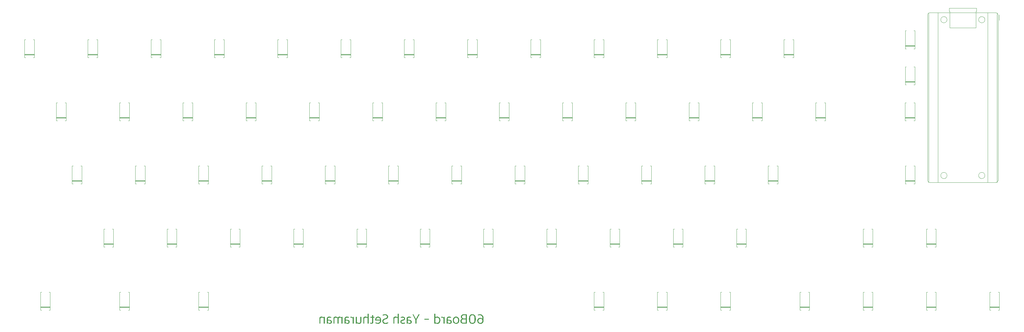
<source format=gbr>
G04 #@! TF.GenerationSoftware,KiCad,Pcbnew,8.0.5*
G04 #@! TF.CreationDate,2025-03-18T10:54:49-07:00*
G04 #@! TF.ProjectId,keyboard,6b657962-6f61-4726-942e-6b696361645f,rev?*
G04 #@! TF.SameCoordinates,Original*
G04 #@! TF.FileFunction,Legend,Bot*
G04 #@! TF.FilePolarity,Positive*
%FSLAX46Y46*%
G04 Gerber Fmt 4.6, Leading zero omitted, Abs format (unit mm)*
G04 Created by KiCad (PCBNEW 8.0.5) date 2025-03-18 10:54:49*
%MOMM*%
%LPD*%
G01*
G04 APERTURE LIST*
%ADD10C,0.150000*%
%ADD11C,0.120000*%
G04 APERTURE END LIST*
D10*
G36*
X242346102Y-185960792D02*
G01*
X242511341Y-185996042D01*
X242663208Y-186055531D01*
X242800563Y-186139864D01*
X242922263Y-186249647D01*
X243027169Y-186385484D01*
X243114138Y-186547980D01*
X243182030Y-186737741D01*
X243229703Y-186955370D01*
X243249690Y-187116238D01*
X243259845Y-187289940D01*
X243261130Y-187381660D01*
X243261130Y-187600013D01*
X243252297Y-187816606D01*
X243225939Y-188014664D01*
X243182265Y-188193583D01*
X243121485Y-188352759D01*
X243043810Y-188491586D01*
X242949450Y-188609459D01*
X242838615Y-188705773D01*
X242711515Y-188779924D01*
X242568360Y-188831306D01*
X242409360Y-188859315D01*
X242294661Y-188864703D01*
X242140192Y-188853972D01*
X241953814Y-188808040D01*
X241791082Y-188729131D01*
X241653377Y-188620697D01*
X241542083Y-188486190D01*
X241458582Y-188329061D01*
X241404256Y-188152762D01*
X241380488Y-187960746D01*
X241380160Y-187944396D01*
X241715073Y-187944396D01*
X241730794Y-188121044D01*
X241776874Y-188272013D01*
X241869953Y-188416823D01*
X242001595Y-188519128D01*
X242168988Y-188575916D01*
X242299057Y-188586999D01*
X242454904Y-188571176D01*
X242615490Y-188508927D01*
X242740104Y-188402992D01*
X242830940Y-188257130D01*
X242880767Y-188114216D01*
X242911508Y-187950077D01*
X242924287Y-187766634D01*
X242924808Y-187717983D01*
X242924808Y-187687941D01*
X242814704Y-187561396D01*
X242686875Y-187459632D01*
X242536359Y-187380068D01*
X242394136Y-187339553D01*
X242294661Y-187331102D01*
X242143176Y-187344083D01*
X241985291Y-187396071D01*
X241858675Y-187491394D01*
X241768834Y-187633878D01*
X241726032Y-187791399D01*
X241715073Y-187944396D01*
X241380160Y-187944396D01*
X241379483Y-187910690D01*
X241396648Y-187719493D01*
X241445910Y-187549581D01*
X241523919Y-187402253D01*
X241627329Y-187278804D01*
X241752788Y-187180531D01*
X241896950Y-187108730D01*
X242056464Y-187064699D01*
X242227983Y-187049734D01*
X242396353Y-187064350D01*
X242547123Y-187104526D01*
X242701008Y-187176357D01*
X242831450Y-187266741D01*
X242924808Y-187352351D01*
X242914319Y-187195094D01*
X242888658Y-186985813D01*
X242851157Y-186806743D01*
X242801900Y-186655958D01*
X242718081Y-186495578D01*
X242613707Y-186377487D01*
X242488977Y-186297118D01*
X242344087Y-186249902D01*
X242179235Y-186231271D01*
X242134926Y-186230544D01*
X241971602Y-186245693D01*
X241822654Y-186278598D01*
X241676820Y-186327166D01*
X241605896Y-186360969D01*
X241509176Y-186117704D01*
X241657728Y-186046797D01*
X241799418Y-186000404D01*
X241963479Y-185965411D01*
X242116154Y-185950280D01*
X242168632Y-185949176D01*
X242346102Y-185960792D01*
G37*
G36*
X240018704Y-185958310D02*
G01*
X240166655Y-185986773D01*
X240306755Y-186036159D01*
X240436972Y-186108064D01*
X240555274Y-186204079D01*
X240659627Y-186325800D01*
X240748001Y-186474820D01*
X240818362Y-186652733D01*
X240868679Y-186861133D01*
X240890084Y-187017790D01*
X240901075Y-187189178D01*
X240902477Y-187280544D01*
X240902477Y-187515750D01*
X240897242Y-187688115D01*
X240881856Y-187847618D01*
X240856800Y-187994499D01*
X240802132Y-188191679D01*
X240728404Y-188361811D01*
X240637234Y-188505706D01*
X240530243Y-188624176D01*
X240409050Y-188718033D01*
X240275273Y-188788087D01*
X240130531Y-188835150D01*
X239976446Y-188860035D01*
X239869330Y-188864703D01*
X239712391Y-188854245D01*
X239564054Y-188822310D01*
X239425813Y-188768053D01*
X239299158Y-188690630D01*
X239185583Y-188589197D01*
X239086580Y-188462910D01*
X239003642Y-188310925D01*
X238938261Y-188132398D01*
X238891929Y-187926485D01*
X238872361Y-187773578D01*
X238862365Y-187607875D01*
X238861095Y-187520146D01*
X238861095Y-187263691D01*
X238861204Y-187260027D01*
X239201814Y-187260027D01*
X239201814Y-187570704D01*
X239207984Y-187762708D01*
X239226370Y-187932774D01*
X239256782Y-188081568D01*
X239315714Y-188248024D01*
X239395245Y-188379430D01*
X239522947Y-188496803D01*
X239681266Y-188564964D01*
X239829379Y-188586134D01*
X239869330Y-188586999D01*
X240025034Y-188571208D01*
X240191998Y-188506677D01*
X240327593Y-188391720D01*
X240413033Y-188262974D01*
X240477624Y-188101143D01*
X240512180Y-187957841D01*
X240534670Y-187795575D01*
X240544950Y-187614191D01*
X240545638Y-187549455D01*
X240545638Y-187238778D01*
X240539352Y-187050776D01*
X240520619Y-186883373D01*
X240489627Y-186736108D01*
X240429561Y-186570286D01*
X240348484Y-186438359D01*
X240218271Y-186319451D01*
X240056796Y-186249668D01*
X239905695Y-186227780D01*
X239864933Y-186226880D01*
X239712320Y-186242152D01*
X239548641Y-186304979D01*
X239415686Y-186417768D01*
X239331895Y-186544950D01*
X239268539Y-186705788D01*
X239234641Y-186848952D01*
X239212576Y-187011783D01*
X239202489Y-187194595D01*
X239201814Y-187260027D01*
X238861204Y-187260027D01*
X238866323Y-187087727D01*
X238881659Y-186926360D01*
X238906579Y-186779141D01*
X238960788Y-186583862D01*
X239033623Y-186417900D01*
X239123319Y-186279745D01*
X239228112Y-186167885D01*
X239346239Y-186080811D01*
X239521432Y-186000655D01*
X239663809Y-185965538D01*
X239813639Y-185950171D01*
X239864933Y-185949176D01*
X240018704Y-185958310D01*
G37*
G36*
X238192114Y-188814145D02*
G01*
X237246894Y-188814145D01*
X237076740Y-188805664D01*
X236923223Y-188780842D01*
X236744451Y-188723935D01*
X236595346Y-188641840D01*
X236475959Y-188536763D01*
X236386342Y-188410910D01*
X236326547Y-188266488D01*
X236296624Y-188105705D01*
X236292882Y-188019867D01*
X236294457Y-187999351D01*
X236646057Y-187999351D01*
X236661649Y-188155138D01*
X236721069Y-188306545D01*
X236824133Y-188419539D01*
X236970030Y-188494497D01*
X237123744Y-188528179D01*
X237267411Y-188536441D01*
X237860188Y-188536441D01*
X237860188Y-187490837D01*
X237301116Y-187490837D01*
X237152425Y-187497690D01*
X236991807Y-187526520D01*
X236837620Y-187593248D01*
X236727382Y-187698012D01*
X236663091Y-187843971D01*
X236646057Y-187999351D01*
X236294457Y-187999351D01*
X236304385Y-187870015D01*
X236349143Y-187711490D01*
X236424242Y-187583105D01*
X236549265Y-187466041D01*
X236706398Y-187386111D01*
X236857312Y-187345402D01*
X236889323Y-187339895D01*
X236889323Y-187318646D01*
X236747935Y-187264287D01*
X236613690Y-187176459D01*
X236516115Y-187066031D01*
X236445839Y-186911535D01*
X236420555Y-186759598D01*
X236420066Y-186743454D01*
X236759630Y-186743454D01*
X236778330Y-186896906D01*
X236846225Y-187037459D01*
X236957113Y-187135276D01*
X237104008Y-187195458D01*
X237248888Y-187220540D01*
X237376587Y-187226322D01*
X237860188Y-187226322D01*
X237860188Y-186276706D01*
X237356071Y-186276706D01*
X237185141Y-186285505D01*
X237017689Y-186322086D01*
X236874660Y-186406942D01*
X236788472Y-186544759D01*
X236760220Y-186711042D01*
X236759630Y-186743454D01*
X236420066Y-186743454D01*
X236418911Y-186705352D01*
X236431390Y-186545885D01*
X236483681Y-186372672D01*
X236579496Y-186230032D01*
X236721786Y-186119626D01*
X236871063Y-186055625D01*
X237053486Y-186014167D01*
X237212962Y-185998377D01*
X237330425Y-185995338D01*
X238192114Y-185995338D01*
X238192114Y-188814145D01*
G37*
G36*
X235125855Y-186703202D02*
G01*
X235313807Y-186748226D01*
X235480714Y-186827601D01*
X235624204Y-186939799D01*
X235741909Y-187083291D01*
X235831458Y-187256548D01*
X235878717Y-187405106D01*
X235907806Y-187568902D01*
X235917725Y-187747292D01*
X235917725Y-187810307D01*
X235908510Y-187989217D01*
X235881258Y-188152636D01*
X235836555Y-188300104D01*
X235750820Y-188471120D01*
X235636496Y-188611870D01*
X235494973Y-188721264D01*
X235327643Y-188798212D01*
X235135897Y-188841621D01*
X234976901Y-188851514D01*
X234823442Y-188841205D01*
X234635060Y-188796145D01*
X234467491Y-188716659D01*
X234323209Y-188604233D01*
X234204688Y-188460352D01*
X234114399Y-188286501D01*
X234066698Y-188137338D01*
X234037312Y-187972781D01*
X234027285Y-187793454D01*
X234027285Y-187734836D01*
X234027744Y-187726043D01*
X234354815Y-187726043D01*
X234354815Y-187830823D01*
X234365660Y-188004475D01*
X234397473Y-188156395D01*
X234465079Y-188315065D01*
X234561645Y-188438239D01*
X234685057Y-188525060D01*
X234833203Y-188574673D01*
X234968108Y-188586999D01*
X235125316Y-188572384D01*
X235266940Y-188525466D01*
X235388453Y-188441631D01*
X235485326Y-188316268D01*
X235553031Y-188144766D01*
X235583152Y-187971244D01*
X235590195Y-187818367D01*
X235590195Y-187713586D01*
X235579350Y-187541196D01*
X235547536Y-187389869D01*
X235479930Y-187231233D01*
X235383365Y-187107591D01*
X235259952Y-187020100D01*
X235111806Y-186969917D01*
X234976901Y-186957411D01*
X234822383Y-186972025D01*
X234681641Y-187018944D01*
X234559755Y-187102778D01*
X234461809Y-187228141D01*
X234392882Y-187399643D01*
X234362051Y-187573165D01*
X234354815Y-187726043D01*
X234027744Y-187726043D01*
X234036591Y-187556753D01*
X234064094Y-187393799D01*
X234109177Y-187246494D01*
X234195561Y-187075332D01*
X234310627Y-186934154D01*
X234452906Y-186824197D01*
X234620930Y-186746698D01*
X234813231Y-186702894D01*
X234972505Y-186692896D01*
X235125855Y-186703202D01*
G37*
G36*
X233033251Y-186698275D02*
G01*
X233194933Y-186717679D01*
X233345419Y-186751355D01*
X233486356Y-186799438D01*
X233503384Y-186806468D01*
X233503384Y-187037278D01*
X233356785Y-187001936D01*
X233202026Y-186979423D01*
X233044671Y-186970205D01*
X233007327Y-186969867D01*
X232848728Y-186976628D01*
X232700206Y-187006018D01*
X232567392Y-187091348D01*
X232501554Y-187242701D01*
X232490753Y-187377264D01*
X232490753Y-187595617D01*
X233053489Y-187663028D01*
X233228385Y-187695549D01*
X233377613Y-187750213D01*
X233520512Y-187845844D01*
X233621293Y-187975169D01*
X233677145Y-188139173D01*
X233688032Y-188268262D01*
X233668657Y-188436859D01*
X233613104Y-188576594D01*
X233504117Y-188706342D01*
X233355253Y-188794900D01*
X233205547Y-188837380D01*
X233036636Y-188851514D01*
X232889321Y-188841472D01*
X232744192Y-188807363D01*
X232597357Y-188736078D01*
X232482693Y-188633161D01*
X232461444Y-188633161D01*
X232427739Y-188814145D01*
X232167620Y-188814145D01*
X232167620Y-188448513D01*
X232490753Y-188448513D01*
X232626354Y-188534912D01*
X232781150Y-188582157D01*
X232938728Y-188599272D01*
X232956769Y-188599455D01*
X233119560Y-188578275D01*
X233256634Y-188503696D01*
X233335794Y-188375193D01*
X233351709Y-188259469D01*
X233328021Y-188104188D01*
X233244453Y-187983515D01*
X233100147Y-187912973D01*
X232969958Y-187890174D01*
X232490753Y-187835219D01*
X232490753Y-188448513D01*
X232167620Y-188448513D01*
X232167620Y-187306189D01*
X232179502Y-187158031D01*
X232227114Y-187003017D01*
X232309981Y-186880555D01*
X232426880Y-186789589D01*
X232576585Y-186729063D01*
X232757874Y-186697918D01*
X232881297Y-186692896D01*
X233033251Y-186698275D01*
G37*
G36*
X231563852Y-188814145D02*
G01*
X231240718Y-188814145D01*
X231240718Y-187175764D01*
X231104596Y-187095338D01*
X230966896Y-187040507D01*
X230817913Y-187005863D01*
X230681646Y-186995512D01*
X230530704Y-187007969D01*
X230530704Y-186717808D01*
X230656734Y-186709748D01*
X230808782Y-186726066D01*
X230952048Y-186770450D01*
X231096996Y-186846743D01*
X231212956Y-186940501D01*
X231236322Y-186965471D01*
X231257571Y-186965471D01*
X231257571Y-186730265D01*
X231563852Y-186730265D01*
X231563852Y-188814145D01*
G37*
G36*
X228760432Y-186831381D02*
G01*
X228900547Y-186763601D01*
X229051162Y-186718939D01*
X229214097Y-186696081D01*
X229306315Y-186692896D01*
X229453494Y-186701615D01*
X229635572Y-186740972D01*
X229798854Y-186813109D01*
X229940490Y-186919211D01*
X230057627Y-187060462D01*
X230127689Y-187190180D01*
X230181164Y-187340836D01*
X230216850Y-187512930D01*
X230233545Y-187706962D01*
X230234682Y-187776601D01*
X230234682Y-187830823D01*
X230223236Y-188033598D01*
X230190488Y-188210440D01*
X230138820Y-188362656D01*
X230044620Y-188529564D01*
X229926673Y-188658118D01*
X229790630Y-188751417D01*
X229642141Y-188812561D01*
X229486855Y-188844650D01*
X229369330Y-188851514D01*
X229219455Y-188842598D01*
X229065662Y-188811615D01*
X228917332Y-188753237D01*
X228784948Y-188664351D01*
X228760432Y-188641953D01*
X228743579Y-188641953D01*
X228706210Y-188814145D01*
X228437299Y-188814145D01*
X228437299Y-187100293D01*
X228760432Y-187100293D01*
X228760432Y-188410411D01*
X228890685Y-188496088D01*
X229031649Y-188553343D01*
X229185576Y-188582867D01*
X229273342Y-188586999D01*
X229439104Y-188572656D01*
X229584063Y-188526351D01*
X229705234Y-188443171D01*
X229799633Y-188318200D01*
X229864273Y-188146527D01*
X229892554Y-187972260D01*
X229899092Y-187818367D01*
X229899092Y-187734836D01*
X229892844Y-187585663D01*
X229865578Y-187414803D01*
X229817578Y-187274354D01*
X229729924Y-187138852D01*
X229613343Y-187044620D01*
X229469765Y-186988186D01*
X229301117Y-186966078D01*
X229264549Y-186965471D01*
X229109119Y-186975923D01*
X228952352Y-187009240D01*
X228812563Y-187066261D01*
X228760432Y-187100293D01*
X228437299Y-187100293D01*
X228437299Y-185806294D01*
X228760432Y-185806294D01*
X228760432Y-186831381D01*
G37*
G36*
X226806978Y-187587557D02*
G01*
X225421388Y-187587557D01*
X225421388Y-187310586D01*
X226806978Y-187310586D01*
X226806978Y-187587557D01*
G37*
G36*
X223102302Y-188814145D02*
G01*
X222774773Y-188814145D01*
X222774773Y-187704794D01*
X221850802Y-185995338D01*
X222170272Y-185995338D01*
X222917655Y-187394117D01*
X222926448Y-187394117D01*
X223678227Y-185995338D01*
X224030669Y-185995338D01*
X223102302Y-187704794D01*
X223102302Y-188814145D01*
G37*
G36*
X220954954Y-186698275D02*
G01*
X221116636Y-186717679D01*
X221267122Y-186751355D01*
X221408059Y-186799438D01*
X221425087Y-186806468D01*
X221425087Y-187037278D01*
X221278488Y-187001936D01*
X221123728Y-186979423D01*
X220966374Y-186970205D01*
X220929030Y-186969867D01*
X220770431Y-186976628D01*
X220621909Y-187006018D01*
X220489095Y-187091348D01*
X220423256Y-187242701D01*
X220412456Y-187377264D01*
X220412456Y-187595617D01*
X220975191Y-187663028D01*
X221150088Y-187695549D01*
X221299316Y-187750213D01*
X221442214Y-187845844D01*
X221542995Y-187975169D01*
X221598848Y-188139173D01*
X221609734Y-188268262D01*
X221590360Y-188436859D01*
X221534807Y-188576594D01*
X221425819Y-188706342D01*
X221276956Y-188794900D01*
X221127250Y-188837380D01*
X220958339Y-188851514D01*
X220811024Y-188841472D01*
X220665894Y-188807363D01*
X220519060Y-188736078D01*
X220404396Y-188633161D01*
X220383147Y-188633161D01*
X220349441Y-188814145D01*
X220089323Y-188814145D01*
X220089323Y-188448513D01*
X220412456Y-188448513D01*
X220548056Y-188534912D01*
X220702853Y-188582157D01*
X220860431Y-188599272D01*
X220878471Y-188599455D01*
X221041263Y-188578275D01*
X221178336Y-188503696D01*
X221257497Y-188375193D01*
X221273412Y-188259469D01*
X221249724Y-188104188D01*
X221166156Y-187983515D01*
X221021850Y-187912973D01*
X220891660Y-187890174D01*
X220412456Y-187835219D01*
X220412456Y-188448513D01*
X220089323Y-188448513D01*
X220089323Y-187306189D01*
X220101205Y-187158031D01*
X220148817Y-187003017D01*
X220231684Y-186880555D01*
X220348582Y-186789589D01*
X220498288Y-186729063D01*
X220679577Y-186697918D01*
X220803000Y-186692896D01*
X220954954Y-186698275D01*
G37*
G36*
X218956524Y-188847850D02*
G01*
X218793462Y-188837696D01*
X218648492Y-188807562D01*
X218494435Y-188742540D01*
X218372602Y-188648019D01*
X218285189Y-188524953D01*
X218234393Y-188374300D01*
X218221598Y-188234556D01*
X218233842Y-188081061D01*
X218282468Y-187934318D01*
X218389609Y-187804938D01*
X218527935Y-187721005D01*
X218678181Y-187664142D01*
X218784333Y-187633719D01*
X218993893Y-187575101D01*
X219136524Y-187524050D01*
X219258360Y-187430203D01*
X219304253Y-187288352D01*
X219305303Y-187255631D01*
X219264427Y-187102617D01*
X219141441Y-187006274D01*
X218983572Y-186970004D01*
X218884717Y-186965471D01*
X218737037Y-186972784D01*
X218581967Y-186996035D01*
X218434020Y-187035023D01*
X218334438Y-187075380D01*
X218334438Y-186814528D01*
X218473463Y-186755258D01*
X218629196Y-186715925D01*
X218778677Y-186697254D01*
X218901570Y-186692896D01*
X219069662Y-186703879D01*
X219214674Y-186735840D01*
X219363795Y-186803028D01*
X219477576Y-186897770D01*
X219568032Y-187043747D01*
X219605483Y-187188895D01*
X219611584Y-187284940D01*
X219596920Y-187435376D01*
X219543029Y-187579535D01*
X219435574Y-187705565D01*
X219310192Y-187784684D01*
X219158651Y-187843787D01*
X219103070Y-187860132D01*
X218897173Y-187915087D01*
X218747019Y-187966928D01*
X218617729Y-188047436D01*
X218543978Y-188185200D01*
X218536671Y-188268262D01*
X218577900Y-188422742D01*
X218691830Y-188519327D01*
X218836423Y-188562414D01*
X219002686Y-188574542D01*
X219154033Y-188568283D01*
X219301635Y-188547273D01*
X219445422Y-188509695D01*
X219594812Y-188456690D01*
X219628436Y-188444117D01*
X219628436Y-188700572D01*
X219489138Y-188764388D01*
X219330124Y-188810481D01*
X219175517Y-188835950D01*
X219007097Y-188847259D01*
X218956524Y-188847850D01*
G37*
G36*
X217744591Y-188814145D02*
G01*
X217425122Y-188814145D01*
X217425122Y-187125205D01*
X217288376Y-187065694D01*
X217140640Y-187016212D01*
X216988232Y-186982392D01*
X216837473Y-186969867D01*
X216675470Y-186981261D01*
X216528860Y-187033829D01*
X216436545Y-187164922D01*
X216417620Y-187326706D01*
X216417620Y-188814145D01*
X216098150Y-188814145D01*
X216098150Y-187263691D01*
X216112637Y-187091754D01*
X216168558Y-186928737D01*
X216267012Y-186810446D01*
X216408520Y-186734214D01*
X216559709Y-186700893D01*
X216702651Y-186692896D01*
X216871148Y-186705042D01*
X217036207Y-186739581D01*
X217192075Y-186793658D01*
X217333000Y-186864420D01*
X217404605Y-186911249D01*
X217425122Y-186911249D01*
X217425122Y-185806294D01*
X217744591Y-185806294D01*
X217744591Y-188814145D01*
G37*
G36*
X213729239Y-188864703D02*
G01*
X213553548Y-188856184D01*
X213397128Y-188831173D01*
X213217796Y-188773586D01*
X213070921Y-188690076D01*
X212955473Y-188582583D01*
X212870422Y-188453048D01*
X212814738Y-188303412D01*
X212787389Y-188135615D01*
X212784019Y-188045512D01*
X212796198Y-187880922D01*
X212844279Y-187709777D01*
X212926459Y-187571420D01*
X213040155Y-187459795D01*
X213182784Y-187368849D01*
X213315983Y-187306912D01*
X213464724Y-187251235D01*
X213741695Y-187163307D01*
X213899073Y-187100031D01*
X214030534Y-187016364D01*
X214121142Y-186896831D01*
X214158804Y-186739019D01*
X214161549Y-186667250D01*
X214134314Y-186506284D01*
X214054328Y-186378255D01*
X213924169Y-186287488D01*
X213774622Y-186242624D01*
X213624459Y-186230544D01*
X213458783Y-186238412D01*
X213310496Y-186259794D01*
X213157924Y-186297375D01*
X213008243Y-186350505D01*
X212926901Y-186385882D01*
X212926901Y-186104515D01*
X213070091Y-186041667D01*
X213224187Y-185993144D01*
X213386768Y-185962835D01*
X213551315Y-185950091D01*
X213612002Y-185949176D01*
X213769440Y-185957216D01*
X213955017Y-185991850D01*
X214112855Y-186051838D01*
X214243039Y-186135025D01*
X214367013Y-186268349D01*
X214448080Y-186430345D01*
X214482154Y-186577756D01*
X214489811Y-186697292D01*
X214479468Y-186847450D01*
X214438076Y-187008071D01*
X214366138Y-187141926D01*
X214264810Y-187252570D01*
X214135251Y-187343558D01*
X213978616Y-187418447D01*
X213872121Y-187457131D01*
X213598813Y-187553852D01*
X213453963Y-187606293D01*
X213317073Y-187676164D01*
X213205139Y-187775384D01*
X213135363Y-187924633D01*
X213120341Y-188070425D01*
X213140637Y-188231359D01*
X213202954Y-188366240D01*
X213309436Y-188471272D01*
X213462228Y-188542657D01*
X213626478Y-188573705D01*
X213741695Y-188578939D01*
X213906995Y-188571249D01*
X214066258Y-188549263D01*
X214217774Y-188514603D01*
X214359832Y-188468892D01*
X214511333Y-188403760D01*
X214531577Y-188393558D01*
X214531577Y-188675659D01*
X214396097Y-188740808D01*
X214237963Y-188796064D01*
X214084598Y-188832516D01*
X213914965Y-188856236D01*
X213761303Y-188864458D01*
X213729239Y-188864703D01*
G37*
G36*
X211672234Y-186708200D02*
G01*
X211839475Y-186754742D01*
X211993166Y-186833468D01*
X212128868Y-186945321D01*
X212242142Y-187091245D01*
X212309708Y-187223616D01*
X212360289Y-187376083D01*
X212392010Y-187549043D01*
X212403000Y-187742896D01*
X212403000Y-187801514D01*
X212394255Y-187977933D01*
X212368050Y-188140301D01*
X212324428Y-188287896D01*
X212239247Y-188460465D01*
X212123283Y-188603780D01*
X211976639Y-188716134D01*
X211799418Y-188795819D01*
X211646498Y-188833114D01*
X211476480Y-188850350D01*
X211416015Y-188851514D01*
X211265512Y-188844303D01*
X211104153Y-188819311D01*
X210943279Y-188773703D01*
X210796820Y-188709241D01*
X210714061Y-188658806D01*
X210714061Y-188419204D01*
X210856542Y-188480570D01*
X211006511Y-188529846D01*
X211151058Y-188559589D01*
X211314454Y-188573764D01*
X211365457Y-188574542D01*
X211522970Y-188564867D01*
X211693346Y-188524101D01*
X211833507Y-188448958D01*
X211942649Y-188336739D01*
X212019966Y-188184742D01*
X212058366Y-188032691D01*
X212075471Y-187852072D01*
X210655443Y-187852072D01*
X210655443Y-187671821D01*
X210658567Y-187595617D01*
X210991765Y-187595617D01*
X212075471Y-187595617D01*
X212051904Y-187427055D01*
X211994949Y-187257730D01*
X211913029Y-187130372D01*
X211790200Y-187026894D01*
X211650389Y-186970248D01*
X211503942Y-186953014D01*
X211356880Y-186967148D01*
X211212992Y-187023094D01*
X211104817Y-187124389D01*
X211032529Y-187274018D01*
X210999828Y-187437784D01*
X210991765Y-187595617D01*
X210658567Y-187595617D01*
X210662561Y-187498174D01*
X210684027Y-187341225D01*
X210735254Y-187158080D01*
X210812679Y-187004967D01*
X210916697Y-186882082D01*
X211047703Y-186789625D01*
X211206092Y-186727792D01*
X211392259Y-186696781D01*
X211495882Y-186692896D01*
X211672234Y-186708200D01*
G37*
G36*
X209494068Y-188839057D02*
G01*
X209337140Y-188824896D01*
X209189723Y-188776719D01*
X209141625Y-188754794D01*
X209141625Y-188536441D01*
X209291191Y-188567328D01*
X209409804Y-188574542D01*
X209558857Y-188558915D01*
X209682853Y-188470751D01*
X209716617Y-188311710D01*
X209716817Y-188293175D01*
X209716817Y-186999176D01*
X209183391Y-186999176D01*
X209183391Y-186734661D01*
X209716817Y-186734661D01*
X209716817Y-186239337D01*
X210036287Y-186239337D01*
X210036287Y-186734661D01*
X210334508Y-186734661D01*
X210334508Y-186999176D01*
X210036287Y-186999176D01*
X210036287Y-188343733D01*
X210020951Y-188493846D01*
X209964318Y-188635610D01*
X209850627Y-188751428D01*
X209691744Y-188817848D01*
X209524440Y-188838637D01*
X209494068Y-188839057D01*
G37*
G36*
X208685136Y-188814145D02*
G01*
X208365666Y-188814145D01*
X208365666Y-187125205D01*
X208228920Y-187065694D01*
X208081184Y-187016212D01*
X207928777Y-186982392D01*
X207778018Y-186969867D01*
X207616015Y-186981261D01*
X207469404Y-187033829D01*
X207377089Y-187164922D01*
X207358164Y-187326706D01*
X207358164Y-188814145D01*
X207038695Y-188814145D01*
X207038695Y-187263691D01*
X207053181Y-187091754D01*
X207109102Y-186928737D01*
X207207556Y-186810446D01*
X207349064Y-186734214D01*
X207500253Y-186700893D01*
X207643196Y-186692896D01*
X207811692Y-186705042D01*
X207976751Y-186739581D01*
X208132619Y-186793658D01*
X208273544Y-186864420D01*
X208345150Y-186911249D01*
X208365666Y-186911249D01*
X208365666Y-185806294D01*
X208685136Y-185806294D01*
X208685136Y-188814145D01*
G37*
G36*
X205808443Y-188851514D02*
G01*
X205647283Y-188838296D01*
X205494814Y-188801313D01*
X205351313Y-188744569D01*
X205217054Y-188672065D01*
X205144591Y-188625101D01*
X205127739Y-188625101D01*
X205098429Y-188814145D01*
X204821458Y-188814145D01*
X204821458Y-186730265D01*
X205140195Y-186730265D01*
X205140195Y-188410411D01*
X205289149Y-188478786D01*
X205429417Y-188529669D01*
X205579448Y-188563867D01*
X205720516Y-188574542D01*
X205871440Y-188562694D01*
X206011625Y-188507617D01*
X206098054Y-188386567D01*
X206123230Y-188221199D01*
X206123517Y-188196454D01*
X206123517Y-186730265D01*
X206446650Y-186730265D01*
X206446650Y-188242616D01*
X206429952Y-188417053D01*
X206380685Y-188562416D01*
X206280321Y-188698190D01*
X206136989Y-188791461D01*
X205986270Y-188836467D01*
X205808443Y-188851514D01*
G37*
G36*
X204209630Y-188814145D02*
G01*
X203886496Y-188814145D01*
X203886496Y-187175764D01*
X203750374Y-187095338D01*
X203612674Y-187040507D01*
X203463692Y-187005863D01*
X203327424Y-186995512D01*
X203176482Y-187007969D01*
X203176482Y-186717808D01*
X203302512Y-186709748D01*
X203454560Y-186726066D01*
X203597826Y-186770450D01*
X203742774Y-186846743D01*
X203858734Y-186940501D01*
X203882100Y-186965471D01*
X203903349Y-186965471D01*
X203903349Y-186730265D01*
X204209630Y-186730265D01*
X204209630Y-188814145D01*
G37*
G36*
X202290892Y-186698275D02*
G01*
X202452575Y-186717679D01*
X202603060Y-186751355D01*
X202743997Y-186799438D01*
X202761025Y-186806468D01*
X202761025Y-187037278D01*
X202614427Y-187001936D01*
X202459667Y-186979423D01*
X202302312Y-186970205D01*
X202264968Y-186969867D01*
X202106370Y-186976628D01*
X201957847Y-187006018D01*
X201825033Y-187091348D01*
X201759195Y-187242701D01*
X201748394Y-187377264D01*
X201748394Y-187595617D01*
X202311130Y-187663028D01*
X202486027Y-187695549D01*
X202635254Y-187750213D01*
X202778153Y-187845844D01*
X202878934Y-187975169D01*
X202934786Y-188139173D01*
X202945673Y-188268262D01*
X202926298Y-188436859D01*
X202870745Y-188576594D01*
X202761758Y-188706342D01*
X202612894Y-188794900D01*
X202463189Y-188837380D01*
X202294277Y-188851514D01*
X202146962Y-188841472D01*
X202001833Y-188807363D01*
X201854999Y-188736078D01*
X201740334Y-188633161D01*
X201719085Y-188633161D01*
X201685380Y-188814145D01*
X201425261Y-188814145D01*
X201425261Y-188448513D01*
X201748394Y-188448513D01*
X201883995Y-188534912D01*
X202038791Y-188582157D01*
X202196370Y-188599272D01*
X202214410Y-188599455D01*
X202377202Y-188578275D01*
X202514275Y-188503696D01*
X202593436Y-188375193D01*
X202609351Y-188259469D01*
X202585663Y-188104188D01*
X202502095Y-187983515D01*
X202357788Y-187912973D01*
X202227599Y-187890174D01*
X201748394Y-187835219D01*
X201748394Y-188448513D01*
X201425261Y-188448513D01*
X201425261Y-187306189D01*
X201437144Y-187158031D01*
X201484755Y-187003017D01*
X201567623Y-186880555D01*
X201684521Y-186789589D01*
X201834227Y-186729063D01*
X202015515Y-186697918D01*
X202138939Y-186692896D01*
X202290892Y-186698275D01*
G37*
G36*
X200821493Y-188814145D02*
G01*
X200502023Y-188814145D01*
X200502023Y-187121542D01*
X200357001Y-187057484D01*
X200207306Y-187005762D01*
X200056264Y-186974883D01*
X199972993Y-186969867D01*
X199815693Y-186985436D01*
X199680085Y-187054039D01*
X199606063Y-187200448D01*
X199594905Y-187326706D01*
X199594905Y-188814145D01*
X199276168Y-188814145D01*
X199276168Y-187260027D01*
X199288625Y-187121542D01*
X199144209Y-187060439D01*
X198990396Y-187007556D01*
X198844430Y-186976267D01*
X198750802Y-186969867D01*
X198591202Y-186985436D01*
X198454047Y-187054039D01*
X198379504Y-187200448D01*
X198368318Y-187326706D01*
X198368318Y-188814145D01*
X198053244Y-188814145D01*
X198053244Y-187260027D01*
X198068420Y-187088087D01*
X198125381Y-186925749D01*
X198222397Y-186808529D01*
X198357120Y-186733382D01*
X198527204Y-186697267D01*
X198624773Y-186692896D01*
X198780030Y-186704762D01*
X198936084Y-186739441D01*
X199091414Y-186795551D01*
X199244502Y-186871713D01*
X199330390Y-186923705D01*
X199347243Y-186923705D01*
X199445636Y-186811493D01*
X199577272Y-186736601D01*
X199721795Y-186700884D01*
X199846964Y-186692896D01*
X199999353Y-186706029D01*
X200147108Y-186742421D01*
X200289169Y-186797563D01*
X200424479Y-186866944D01*
X200498360Y-186911249D01*
X200515212Y-186911249D01*
X200515212Y-186730265D01*
X200821493Y-186730265D01*
X200821493Y-188814145D01*
G37*
G36*
X196939043Y-186698275D02*
G01*
X197100725Y-186717679D01*
X197251211Y-186751355D01*
X197392148Y-186799438D01*
X197409176Y-186806468D01*
X197409176Y-187037278D01*
X197262577Y-187001936D01*
X197107818Y-186979423D01*
X196950463Y-186970205D01*
X196913119Y-186969867D01*
X196754520Y-186976628D01*
X196605998Y-187006018D01*
X196473184Y-187091348D01*
X196407346Y-187242701D01*
X196396545Y-187377264D01*
X196396545Y-187595617D01*
X196959281Y-187663028D01*
X197134178Y-187695549D01*
X197283405Y-187750213D01*
X197426304Y-187845844D01*
X197527085Y-187975169D01*
X197582937Y-188139173D01*
X197593824Y-188268262D01*
X197574449Y-188436859D01*
X197518896Y-188576594D01*
X197409909Y-188706342D01*
X197261045Y-188794900D01*
X197111339Y-188837380D01*
X196942428Y-188851514D01*
X196795113Y-188841472D01*
X196649984Y-188807363D01*
X196503149Y-188736078D01*
X196388485Y-188633161D01*
X196367236Y-188633161D01*
X196333531Y-188814145D01*
X196073412Y-188814145D01*
X196073412Y-188448513D01*
X196396545Y-188448513D01*
X196532146Y-188534912D01*
X196686942Y-188582157D01*
X196844521Y-188599272D01*
X196862561Y-188599455D01*
X197025352Y-188578275D01*
X197162426Y-188503696D01*
X197241586Y-188375193D01*
X197257501Y-188259469D01*
X197233814Y-188104188D01*
X197150245Y-187983515D01*
X197005939Y-187912973D01*
X196875750Y-187890174D01*
X196396545Y-187835219D01*
X196396545Y-188448513D01*
X196073412Y-188448513D01*
X196073412Y-187306189D01*
X196085294Y-187158031D01*
X196132906Y-187003017D01*
X196215773Y-186880555D01*
X196332672Y-186789589D01*
X196482377Y-186729063D01*
X196663666Y-186697918D01*
X196787090Y-186692896D01*
X196939043Y-186698275D01*
G37*
G36*
X195469644Y-188814145D02*
G01*
X195150174Y-188814145D01*
X195150174Y-187121542D01*
X195013428Y-187064148D01*
X194865692Y-187015754D01*
X194713285Y-186982335D01*
X194562526Y-186969867D01*
X194400523Y-186981261D01*
X194253912Y-187033829D01*
X194161597Y-187164922D01*
X194142672Y-187326706D01*
X194142672Y-188814145D01*
X193823203Y-188814145D01*
X193823203Y-187260027D01*
X193837689Y-187088087D01*
X193893610Y-186925749D01*
X193992064Y-186808529D01*
X194133572Y-186733382D01*
X194284761Y-186700705D01*
X194427704Y-186692896D01*
X194596870Y-186705535D01*
X194740530Y-186734676D01*
X194901687Y-186786776D01*
X195050643Y-186854865D01*
X195146510Y-186911249D01*
X195163363Y-186911249D01*
X195163363Y-186730265D01*
X195469644Y-186730265D01*
X195469644Y-188814145D01*
G37*
D11*
X328917500Y-141175000D02*
X328917500Y-146615000D01*
X328917500Y-145595000D02*
X331857500Y-145595000D01*
X328917500Y-145715000D02*
X331857500Y-145715000D01*
X328917500Y-145835000D02*
X331857500Y-145835000D01*
X328917500Y-146615000D02*
X329247500Y-146615000D01*
X329247500Y-141175000D02*
X328917500Y-141175000D01*
X331527500Y-141175000D02*
X331857500Y-141175000D01*
X331857500Y-141175000D02*
X331857500Y-146615000D01*
X331857500Y-146615000D02*
X331527500Y-146615000D01*
X290817500Y-141175000D02*
X290817500Y-146615000D01*
X290817500Y-145595000D02*
X293757500Y-145595000D01*
X290817500Y-145715000D02*
X293757500Y-145715000D01*
X290817500Y-145835000D02*
X293757500Y-145835000D01*
X290817500Y-146615000D02*
X291147500Y-146615000D01*
X291147500Y-141175000D02*
X290817500Y-141175000D01*
X293427500Y-141175000D02*
X293757500Y-141175000D01*
X293757500Y-141175000D02*
X293757500Y-146615000D01*
X293757500Y-146615000D02*
X293427500Y-146615000D01*
X147942500Y-160225000D02*
X147942500Y-165665000D01*
X147942500Y-164645000D02*
X150882500Y-164645000D01*
X147942500Y-164765000D02*
X150882500Y-164765000D01*
X147942500Y-164885000D02*
X150882500Y-164885000D01*
X147942500Y-165665000D02*
X148272500Y-165665000D01*
X148272500Y-160225000D02*
X147942500Y-160225000D01*
X150552500Y-160225000D02*
X150882500Y-160225000D01*
X150882500Y-160225000D02*
X150882500Y-165665000D01*
X150882500Y-165665000D02*
X150552500Y-165665000D01*
X133655000Y-179275000D02*
X133655000Y-184715000D01*
X133655000Y-183695000D02*
X136595000Y-183695000D01*
X133655000Y-183815000D02*
X136595000Y-183815000D01*
X133655000Y-183935000D02*
X136595000Y-183935000D01*
X133655000Y-184715000D02*
X133985000Y-184715000D01*
X133985000Y-179275000D02*
X133655000Y-179275000D01*
X136265000Y-179275000D02*
X136595000Y-179275000D01*
X136595000Y-179275000D02*
X136595000Y-184715000D01*
X136595000Y-184715000D02*
X136265000Y-184715000D01*
X357492500Y-179275000D02*
X357492500Y-184715000D01*
X357492500Y-183695000D02*
X360432500Y-183695000D01*
X357492500Y-183815000D02*
X360432500Y-183815000D01*
X357492500Y-183935000D02*
X360432500Y-183935000D01*
X357492500Y-184715000D02*
X357822500Y-184715000D01*
X357822500Y-179275000D02*
X357492500Y-179275000D01*
X360102500Y-179275000D02*
X360432500Y-179275000D01*
X360432500Y-179275000D02*
X360432500Y-184715000D01*
X360432500Y-184715000D02*
X360102500Y-184715000D01*
X370180000Y-111280000D02*
X370180000Y-116720000D01*
X370180000Y-115700000D02*
X373120000Y-115700000D01*
X370180000Y-115820000D02*
X373120000Y-115820000D01*
X370180000Y-115940000D02*
X373120000Y-115940000D01*
X370180000Y-116720000D02*
X370510000Y-116720000D01*
X370510000Y-111280000D02*
X370180000Y-111280000D01*
X372790000Y-111280000D02*
X373120000Y-111280000D01*
X373120000Y-111280000D02*
X373120000Y-116720000D01*
X373120000Y-116720000D02*
X372790000Y-116720000D01*
X305105000Y-122125000D02*
X305105000Y-127565000D01*
X305105000Y-126545000D02*
X308045000Y-126545000D01*
X305105000Y-126665000D02*
X308045000Y-126665000D01*
X305105000Y-126785000D02*
X308045000Y-126785000D01*
X305105000Y-127565000D02*
X305435000Y-127565000D01*
X305435000Y-122125000D02*
X305105000Y-122125000D01*
X307715000Y-122125000D02*
X308045000Y-122125000D01*
X308045000Y-122125000D02*
X308045000Y-127565000D01*
X308045000Y-127565000D02*
X307715000Y-127565000D01*
X267005000Y-122125000D02*
X267005000Y-127565000D01*
X267005000Y-126545000D02*
X269945000Y-126545000D01*
X267005000Y-126665000D02*
X269945000Y-126665000D01*
X267005000Y-126785000D02*
X269945000Y-126785000D01*
X267005000Y-127565000D02*
X267335000Y-127565000D01*
X267335000Y-122125000D02*
X267005000Y-122125000D01*
X269615000Y-122125000D02*
X269945000Y-122125000D01*
X269945000Y-122125000D02*
X269945000Y-127565000D01*
X269945000Y-127565000D02*
X269615000Y-127565000D01*
X105080000Y-103075000D02*
X105080000Y-108515000D01*
X105080000Y-107495000D02*
X108020000Y-107495000D01*
X105080000Y-107615000D02*
X108020000Y-107615000D01*
X105080000Y-107735000D02*
X108020000Y-107735000D01*
X105080000Y-108515000D02*
X105410000Y-108515000D01*
X105410000Y-103075000D02*
X105080000Y-103075000D01*
X107690000Y-103075000D02*
X108020000Y-103075000D01*
X108020000Y-103075000D02*
X108020000Y-108515000D01*
X108020000Y-108515000D02*
X107690000Y-108515000D01*
X171755000Y-122125000D02*
X171755000Y-127565000D01*
X171755000Y-126545000D02*
X174695000Y-126545000D01*
X171755000Y-126665000D02*
X174695000Y-126665000D01*
X171755000Y-126785000D02*
X174695000Y-126785000D01*
X171755000Y-127565000D02*
X172085000Y-127565000D01*
X172085000Y-122125000D02*
X171755000Y-122125000D01*
X174365000Y-122125000D02*
X174695000Y-122125000D01*
X174695000Y-122125000D02*
X174695000Y-127565000D01*
X174695000Y-127565000D02*
X174365000Y-127565000D01*
X124130000Y-103075000D02*
X124130000Y-108515000D01*
X124130000Y-107495000D02*
X127070000Y-107495000D01*
X124130000Y-107615000D02*
X127070000Y-107615000D01*
X124130000Y-107735000D02*
X127070000Y-107735000D01*
X124130000Y-108515000D02*
X124460000Y-108515000D01*
X124460000Y-103075000D02*
X124130000Y-103075000D01*
X126740000Y-103075000D02*
X127070000Y-103075000D01*
X127070000Y-103075000D02*
X127070000Y-108515000D01*
X127070000Y-108515000D02*
X126740000Y-108515000D01*
X338442500Y-179275000D02*
X338442500Y-184715000D01*
X338442500Y-183695000D02*
X341382500Y-183695000D01*
X338442500Y-183815000D02*
X341382500Y-183815000D01*
X338442500Y-183935000D02*
X341382500Y-183935000D01*
X338442500Y-184715000D02*
X338772500Y-184715000D01*
X338772500Y-179275000D02*
X338442500Y-179275000D01*
X341052500Y-179275000D02*
X341382500Y-179275000D01*
X341382500Y-179275000D02*
X341382500Y-184715000D01*
X341382500Y-184715000D02*
X341052500Y-184715000D01*
X252717500Y-141175000D02*
X252717500Y-146615000D01*
X252717500Y-145595000D02*
X255657500Y-145595000D01*
X252717500Y-145715000D02*
X255657500Y-145715000D01*
X252717500Y-145835000D02*
X255657500Y-145835000D01*
X252717500Y-146615000D02*
X253047500Y-146615000D01*
X253047500Y-141175000D02*
X252717500Y-141175000D01*
X255327500Y-141175000D02*
X255657500Y-141175000D01*
X255657500Y-141175000D02*
X255657500Y-146615000D01*
X255657500Y-146615000D02*
X255327500Y-146615000D01*
X395592500Y-179275000D02*
X395592500Y-184715000D01*
X395592500Y-183695000D02*
X398532500Y-183695000D01*
X395592500Y-183815000D02*
X398532500Y-183815000D01*
X395592500Y-183935000D02*
X398532500Y-183935000D01*
X395592500Y-184715000D02*
X395922500Y-184715000D01*
X395922500Y-179275000D02*
X395592500Y-179275000D01*
X398202500Y-179275000D02*
X398532500Y-179275000D01*
X398532500Y-179275000D02*
X398532500Y-184715000D01*
X398532500Y-184715000D02*
X398202500Y-184715000D01*
X276530000Y-103075000D02*
X276530000Y-108515000D01*
X276530000Y-107495000D02*
X279470000Y-107495000D01*
X276530000Y-107615000D02*
X279470000Y-107615000D01*
X276530000Y-107735000D02*
X279470000Y-107735000D01*
X276530000Y-108515000D02*
X276860000Y-108515000D01*
X276860000Y-103075000D02*
X276530000Y-103075000D01*
X279140000Y-103075000D02*
X279470000Y-103075000D01*
X279470000Y-103075000D02*
X279470000Y-108515000D01*
X279470000Y-108515000D02*
X279140000Y-108515000D01*
X376927500Y-145610000D02*
X376927500Y-95610000D01*
X377267500Y-95063000D02*
X377267500Y-146157000D01*
X377537500Y-146220000D02*
X383937500Y-146220000D01*
X380027500Y-95000000D02*
X377537500Y-95000000D01*
X380027500Y-95000000D02*
X383302500Y-95000000D01*
X380027500Y-95913520D02*
X380027500Y-95000000D01*
X380027500Y-98306480D02*
X380027500Y-95913520D01*
X380027500Y-142913520D02*
X380027500Y-98306480D01*
X380027500Y-145306480D02*
X380027500Y-142913520D01*
X380027500Y-146220000D02*
X380027500Y-145306480D01*
X383302500Y-95000000D02*
X391772500Y-95000000D01*
X383427500Y-93600000D02*
X391647500Y-93600000D01*
X383427500Y-94520000D02*
X383427500Y-93600000D01*
X383637500Y-94520000D02*
X383427500Y-94520000D01*
X383637500Y-95916000D02*
X383637500Y-94520000D01*
X383637500Y-98304000D02*
X383637500Y-95916000D01*
X383637500Y-99520000D02*
X383637500Y-98304000D01*
X391137500Y-146220000D02*
X383937500Y-146220000D01*
X391137500Y-146220000D02*
X397537500Y-146220000D01*
X391437500Y-94520000D02*
X391647500Y-94520000D01*
X391437500Y-95916000D02*
X391437500Y-94520000D01*
X391437500Y-98304000D02*
X391437500Y-95916000D01*
X391437500Y-99520000D02*
X383637500Y-99520000D01*
X391437500Y-99520000D02*
X391437500Y-98304000D01*
X391647500Y-94520000D02*
X391647500Y-93600000D01*
X391772500Y-95000000D02*
X395047500Y-95000000D01*
X395047500Y-95000000D02*
X397537500Y-95000000D01*
X395047500Y-95913520D02*
X395047500Y-95000000D01*
X395047500Y-98306480D02*
X395047500Y-95913520D01*
X395047500Y-142913520D02*
X395047500Y-98306480D01*
X395047500Y-145306480D02*
X395047500Y-142913520D01*
X395047500Y-146220000D02*
X395047500Y-145306480D01*
X397807500Y-146157000D02*
X397807500Y-95063000D01*
X398147500Y-145610000D02*
X398147500Y-95610000D01*
X398467500Y-95680000D02*
X398467500Y-97280000D01*
X376927500Y-95610000D02*
G75*
G02*
X377537500Y-95000000I610000J0D01*
G01*
X377537500Y-146220000D02*
G75*
G02*
X376927500Y-145610000I0J610000D01*
G01*
X397537500Y-95000000D02*
G75*
G02*
X398147500Y-95610000I0J-610000D01*
G01*
X398147500Y-145610000D02*
G75*
G02*
X397537500Y-146220000I-609901J-99D01*
G01*
X382777500Y-97110000D02*
G75*
G02*
X380897500Y-97110000I-940000J0D01*
G01*
X380897500Y-97110000D02*
G75*
G02*
X382777500Y-97110000I940000J0D01*
G01*
X382777500Y-144110000D02*
G75*
G02*
X380897500Y-144110000I-940000J0D01*
G01*
X380897500Y-144110000D02*
G75*
G02*
X382777500Y-144110000I940000J0D01*
G01*
X394177500Y-97110000D02*
G75*
G02*
X392297500Y-97110000I-940000J0D01*
G01*
X392297500Y-97110000D02*
G75*
G02*
X394177500Y-97110000I940000J0D01*
G01*
X394177500Y-144110000D02*
G75*
G02*
X392297500Y-144110000I-940000J0D01*
G01*
X392297500Y-144110000D02*
G75*
G02*
X394177500Y-144110000I940000J0D01*
G01*
X143180000Y-103075000D02*
X143180000Y-108515000D01*
X143180000Y-107495000D02*
X146120000Y-107495000D01*
X143180000Y-107615000D02*
X146120000Y-107615000D01*
X143180000Y-107735000D02*
X146120000Y-107735000D01*
X143180000Y-108515000D02*
X143510000Y-108515000D01*
X143510000Y-103075000D02*
X143180000Y-103075000D01*
X145790000Y-103075000D02*
X146120000Y-103075000D01*
X146120000Y-103075000D02*
X146120000Y-108515000D01*
X146120000Y-108515000D02*
X145790000Y-108515000D01*
X333680000Y-103075000D02*
X333680000Y-108515000D01*
X333680000Y-107495000D02*
X336620000Y-107495000D01*
X333680000Y-107615000D02*
X336620000Y-107615000D01*
X333680000Y-107735000D02*
X336620000Y-107735000D01*
X333680000Y-108515000D02*
X334010000Y-108515000D01*
X334010000Y-103075000D02*
X333680000Y-103075000D01*
X336290000Y-103075000D02*
X336620000Y-103075000D01*
X336620000Y-103075000D02*
X336620000Y-108515000D01*
X336620000Y-108515000D02*
X336290000Y-108515000D01*
X186042500Y-160225000D02*
X186042500Y-165665000D01*
X186042500Y-164645000D02*
X188982500Y-164645000D01*
X186042500Y-164765000D02*
X188982500Y-164765000D01*
X186042500Y-164885000D02*
X188982500Y-164885000D01*
X186042500Y-165665000D02*
X186372500Y-165665000D01*
X186372500Y-160225000D02*
X186042500Y-160225000D01*
X188652500Y-160225000D02*
X188982500Y-160225000D01*
X188982500Y-160225000D02*
X188982500Y-165665000D01*
X188982500Y-165665000D02*
X188652500Y-165665000D01*
X343205000Y-122125000D02*
X343205000Y-127565000D01*
X343205000Y-126545000D02*
X346145000Y-126545000D01*
X343205000Y-126665000D02*
X346145000Y-126665000D01*
X343205000Y-126785000D02*
X346145000Y-126785000D01*
X343205000Y-127565000D02*
X343535000Y-127565000D01*
X343535000Y-122125000D02*
X343205000Y-122125000D01*
X345815000Y-122125000D02*
X346145000Y-122125000D01*
X346145000Y-122125000D02*
X346145000Y-127565000D01*
X346145000Y-127565000D02*
X345815000Y-127565000D01*
X176517500Y-141175000D02*
X176517500Y-146615000D01*
X176517500Y-145595000D02*
X179457500Y-145595000D01*
X176517500Y-145715000D02*
X179457500Y-145715000D01*
X176517500Y-145835000D02*
X179457500Y-145835000D01*
X176517500Y-146615000D02*
X176847500Y-146615000D01*
X176847500Y-141175000D02*
X176517500Y-141175000D01*
X179127500Y-141175000D02*
X179457500Y-141175000D01*
X179457500Y-141175000D02*
X179457500Y-146615000D01*
X179457500Y-146615000D02*
X179127500Y-146615000D01*
X152705000Y-122125000D02*
X152705000Y-127565000D01*
X152705000Y-126545000D02*
X155645000Y-126545000D01*
X152705000Y-126665000D02*
X155645000Y-126665000D01*
X152705000Y-126785000D02*
X155645000Y-126785000D01*
X152705000Y-127565000D02*
X153035000Y-127565000D01*
X153035000Y-122125000D02*
X152705000Y-122125000D01*
X155315000Y-122125000D02*
X155645000Y-122125000D01*
X155645000Y-122125000D02*
X155645000Y-127565000D01*
X155645000Y-127565000D02*
X155315000Y-127565000D01*
X214617500Y-141175000D02*
X214617500Y-146615000D01*
X214617500Y-145595000D02*
X217557500Y-145595000D01*
X214617500Y-145715000D02*
X217557500Y-145715000D01*
X214617500Y-145835000D02*
X217557500Y-145835000D01*
X214617500Y-146615000D02*
X214947500Y-146615000D01*
X214947500Y-141175000D02*
X214617500Y-141175000D01*
X217227500Y-141175000D02*
X217557500Y-141175000D01*
X217557500Y-141175000D02*
X217557500Y-146615000D01*
X217557500Y-146615000D02*
X217227500Y-146615000D01*
X376542500Y-179275000D02*
X376542500Y-184715000D01*
X376542500Y-183695000D02*
X379482500Y-183695000D01*
X376542500Y-183815000D02*
X379482500Y-183815000D01*
X376542500Y-183935000D02*
X379482500Y-183935000D01*
X376542500Y-184715000D02*
X376872500Y-184715000D01*
X376872500Y-179275000D02*
X376542500Y-179275000D01*
X379152500Y-179275000D02*
X379482500Y-179275000D01*
X379482500Y-179275000D02*
X379482500Y-184715000D01*
X379482500Y-184715000D02*
X379152500Y-184715000D01*
X228905000Y-122125000D02*
X228905000Y-127565000D01*
X228905000Y-126545000D02*
X231845000Y-126545000D01*
X228905000Y-126665000D02*
X231845000Y-126665000D01*
X228905000Y-126785000D02*
X231845000Y-126785000D01*
X228905000Y-127565000D02*
X229235000Y-127565000D01*
X229235000Y-122125000D02*
X228905000Y-122125000D01*
X231515000Y-122125000D02*
X231845000Y-122125000D01*
X231845000Y-122125000D02*
X231845000Y-127565000D01*
X231845000Y-127565000D02*
X231515000Y-127565000D01*
X200330000Y-103075000D02*
X200330000Y-108515000D01*
X200330000Y-107495000D02*
X203270000Y-107495000D01*
X200330000Y-107615000D02*
X203270000Y-107615000D01*
X200330000Y-107735000D02*
X203270000Y-107735000D01*
X200330000Y-108515000D02*
X200660000Y-108515000D01*
X200660000Y-103075000D02*
X200330000Y-103075000D01*
X202940000Y-103075000D02*
X203270000Y-103075000D01*
X203270000Y-103075000D02*
X203270000Y-108515000D01*
X203270000Y-108515000D02*
X202940000Y-108515000D01*
X166992500Y-160225000D02*
X166992500Y-165665000D01*
X166992500Y-164645000D02*
X169932500Y-164645000D01*
X166992500Y-164765000D02*
X169932500Y-164765000D01*
X166992500Y-164885000D02*
X169932500Y-164885000D01*
X166992500Y-165665000D02*
X167322500Y-165665000D01*
X167322500Y-160225000D02*
X166992500Y-160225000D01*
X169602500Y-160225000D02*
X169932500Y-160225000D01*
X169932500Y-160225000D02*
X169932500Y-165665000D01*
X169932500Y-165665000D02*
X169602500Y-165665000D01*
X295580000Y-179275000D02*
X295580000Y-184715000D01*
X295580000Y-183695000D02*
X298520000Y-183695000D01*
X295580000Y-183815000D02*
X298520000Y-183815000D01*
X295580000Y-183935000D02*
X298520000Y-183935000D01*
X295580000Y-184715000D02*
X295910000Y-184715000D01*
X295910000Y-179275000D02*
X295580000Y-179275000D01*
X298190000Y-179275000D02*
X298520000Y-179275000D01*
X298520000Y-179275000D02*
X298520000Y-184715000D01*
X298520000Y-184715000D02*
X298190000Y-184715000D01*
X324155000Y-122125000D02*
X324155000Y-127565000D01*
X324155000Y-126545000D02*
X327095000Y-126545000D01*
X324155000Y-126665000D02*
X327095000Y-126665000D01*
X324155000Y-126785000D02*
X327095000Y-126785000D01*
X324155000Y-127565000D02*
X324485000Y-127565000D01*
X324485000Y-122125000D02*
X324155000Y-122125000D01*
X326765000Y-122125000D02*
X327095000Y-122125000D01*
X327095000Y-122125000D02*
X327095000Y-127565000D01*
X327095000Y-127565000D02*
X326765000Y-127565000D01*
X257480000Y-103075000D02*
X257480000Y-108515000D01*
X257480000Y-107495000D02*
X260420000Y-107495000D01*
X257480000Y-107615000D02*
X260420000Y-107615000D01*
X257480000Y-107735000D02*
X260420000Y-107735000D01*
X257480000Y-108515000D02*
X257810000Y-108515000D01*
X257810000Y-103075000D02*
X257480000Y-103075000D01*
X260090000Y-103075000D02*
X260420000Y-103075000D01*
X260420000Y-103075000D02*
X260420000Y-108515000D01*
X260420000Y-108515000D02*
X260090000Y-108515000D01*
X357492500Y-160225000D02*
X357492500Y-165665000D01*
X357492500Y-164645000D02*
X360432500Y-164645000D01*
X357492500Y-164765000D02*
X360432500Y-164765000D01*
X357492500Y-164885000D02*
X360432500Y-164885000D01*
X357492500Y-165665000D02*
X357822500Y-165665000D01*
X357822500Y-160225000D02*
X357492500Y-160225000D01*
X360102500Y-160225000D02*
X360432500Y-160225000D01*
X360432500Y-160225000D02*
X360432500Y-165665000D01*
X360432500Y-165665000D02*
X360102500Y-165665000D01*
X243192500Y-160225000D02*
X243192500Y-165665000D01*
X243192500Y-164645000D02*
X246132500Y-164645000D01*
X243192500Y-164765000D02*
X246132500Y-164765000D01*
X243192500Y-164885000D02*
X246132500Y-164885000D01*
X243192500Y-165665000D02*
X243522500Y-165665000D01*
X243522500Y-160225000D02*
X243192500Y-160225000D01*
X245802500Y-160225000D02*
X246132500Y-160225000D01*
X246132500Y-160225000D02*
X246132500Y-165665000D01*
X246132500Y-165665000D02*
X245802500Y-165665000D01*
X271767500Y-141175000D02*
X271767500Y-146615000D01*
X271767500Y-145595000D02*
X274707500Y-145595000D01*
X271767500Y-145715000D02*
X274707500Y-145715000D01*
X271767500Y-145835000D02*
X274707500Y-145835000D01*
X271767500Y-146615000D02*
X272097500Y-146615000D01*
X272097500Y-141175000D02*
X271767500Y-141175000D01*
X274377500Y-141175000D02*
X274707500Y-141175000D01*
X274707500Y-141175000D02*
X274707500Y-146615000D01*
X274707500Y-146615000D02*
X274377500Y-146615000D01*
X262242500Y-160225000D02*
X262242500Y-165665000D01*
X262242500Y-164645000D02*
X265182500Y-164645000D01*
X262242500Y-164765000D02*
X265182500Y-164765000D01*
X262242500Y-164885000D02*
X265182500Y-164885000D01*
X262242500Y-165665000D02*
X262572500Y-165665000D01*
X262572500Y-160225000D02*
X262242500Y-160225000D01*
X264852500Y-160225000D02*
X265182500Y-160225000D01*
X265182500Y-160225000D02*
X265182500Y-165665000D01*
X265182500Y-165665000D02*
X264852500Y-165665000D01*
X128892500Y-160225000D02*
X128892500Y-165665000D01*
X128892500Y-164645000D02*
X131832500Y-164645000D01*
X128892500Y-164765000D02*
X131832500Y-164765000D01*
X128892500Y-164885000D02*
X131832500Y-164885000D01*
X128892500Y-165665000D02*
X129222500Y-165665000D01*
X129222500Y-160225000D02*
X128892500Y-160225000D01*
X131502500Y-160225000D02*
X131832500Y-160225000D01*
X131832500Y-160225000D02*
X131832500Y-165665000D01*
X131832500Y-165665000D02*
X131502500Y-165665000D01*
X295580000Y-103075000D02*
X295580000Y-108515000D01*
X295580000Y-107495000D02*
X298520000Y-107495000D01*
X295580000Y-107615000D02*
X298520000Y-107615000D01*
X295580000Y-107735000D02*
X298520000Y-107735000D01*
X295580000Y-108515000D02*
X295910000Y-108515000D01*
X295910000Y-103075000D02*
X295580000Y-103075000D01*
X298190000Y-103075000D02*
X298520000Y-103075000D01*
X298520000Y-103075000D02*
X298520000Y-108515000D01*
X298520000Y-108515000D02*
X298190000Y-108515000D01*
X181280000Y-103075000D02*
X181280000Y-108515000D01*
X181280000Y-107495000D02*
X184220000Y-107495000D01*
X181280000Y-107615000D02*
X184220000Y-107615000D01*
X181280000Y-107735000D02*
X184220000Y-107735000D01*
X181280000Y-108515000D02*
X181610000Y-108515000D01*
X181610000Y-103075000D02*
X181280000Y-103075000D01*
X183890000Y-103075000D02*
X184220000Y-103075000D01*
X184220000Y-103075000D02*
X184220000Y-108515000D01*
X184220000Y-108515000D02*
X183890000Y-108515000D01*
X224142500Y-160225000D02*
X224142500Y-165665000D01*
X224142500Y-164645000D02*
X227082500Y-164645000D01*
X224142500Y-164765000D02*
X227082500Y-164765000D01*
X224142500Y-164885000D02*
X227082500Y-164885000D01*
X224142500Y-165665000D02*
X224472500Y-165665000D01*
X224472500Y-160225000D02*
X224142500Y-160225000D01*
X226752500Y-160225000D02*
X227082500Y-160225000D01*
X227082500Y-160225000D02*
X227082500Y-165665000D01*
X227082500Y-165665000D02*
X226752500Y-165665000D01*
X370180000Y-100435000D02*
X370180000Y-105875000D01*
X370180000Y-104855000D02*
X373120000Y-104855000D01*
X370180000Y-104975000D02*
X373120000Y-104975000D01*
X370180000Y-105095000D02*
X373120000Y-105095000D01*
X370180000Y-105875000D02*
X370510000Y-105875000D01*
X370510000Y-100435000D02*
X370180000Y-100435000D01*
X372790000Y-100435000D02*
X373120000Y-100435000D01*
X373120000Y-100435000D02*
X373120000Y-105875000D01*
X373120000Y-105875000D02*
X372790000Y-105875000D01*
X119367500Y-141175000D02*
X119367500Y-146615000D01*
X119367500Y-145595000D02*
X122307500Y-145595000D01*
X119367500Y-145715000D02*
X122307500Y-145715000D01*
X119367500Y-145835000D02*
X122307500Y-145835000D01*
X119367500Y-146615000D02*
X119697500Y-146615000D01*
X119697500Y-141175000D02*
X119367500Y-141175000D01*
X121977500Y-141175000D02*
X122307500Y-141175000D01*
X122307500Y-141175000D02*
X122307500Y-146615000D01*
X122307500Y-146615000D02*
X121977500Y-146615000D01*
X133655000Y-122125000D02*
X133655000Y-127565000D01*
X133655000Y-126545000D02*
X136595000Y-126545000D01*
X133655000Y-126665000D02*
X136595000Y-126665000D01*
X133655000Y-126785000D02*
X136595000Y-126785000D01*
X133655000Y-127565000D02*
X133985000Y-127565000D01*
X133985000Y-122125000D02*
X133655000Y-122125000D01*
X136265000Y-122125000D02*
X136595000Y-122125000D01*
X136595000Y-122125000D02*
X136595000Y-127565000D01*
X136595000Y-127565000D02*
X136265000Y-127565000D01*
X205092500Y-160225000D02*
X205092500Y-165665000D01*
X205092500Y-164645000D02*
X208032500Y-164645000D01*
X205092500Y-164765000D02*
X208032500Y-164765000D01*
X205092500Y-164885000D02*
X208032500Y-164885000D01*
X205092500Y-165665000D02*
X205422500Y-165665000D01*
X205422500Y-160225000D02*
X205092500Y-160225000D01*
X207702500Y-160225000D02*
X208032500Y-160225000D01*
X208032500Y-160225000D02*
X208032500Y-165665000D01*
X208032500Y-165665000D02*
X207702500Y-165665000D01*
X370180000Y-141175000D02*
X370180000Y-146615000D01*
X370180000Y-145595000D02*
X373120000Y-145595000D01*
X370180000Y-145715000D02*
X373120000Y-145715000D01*
X370180000Y-145835000D02*
X373120000Y-145835000D01*
X370180000Y-146615000D02*
X370510000Y-146615000D01*
X370510000Y-141175000D02*
X370180000Y-141175000D01*
X372790000Y-141175000D02*
X373120000Y-141175000D01*
X373120000Y-141175000D02*
X373120000Y-146615000D01*
X373120000Y-146615000D02*
X372790000Y-146615000D01*
X209855000Y-122125000D02*
X209855000Y-127565000D01*
X209855000Y-126545000D02*
X212795000Y-126545000D01*
X209855000Y-126665000D02*
X212795000Y-126665000D01*
X209855000Y-126785000D02*
X212795000Y-126785000D01*
X209855000Y-127565000D02*
X210185000Y-127565000D01*
X210185000Y-122125000D02*
X209855000Y-122125000D01*
X212465000Y-122125000D02*
X212795000Y-122125000D01*
X212795000Y-122125000D02*
X212795000Y-127565000D01*
X212795000Y-127565000D02*
X212465000Y-127565000D01*
X309867500Y-141175000D02*
X309867500Y-146615000D01*
X309867500Y-145595000D02*
X312807500Y-145595000D01*
X309867500Y-145715000D02*
X312807500Y-145715000D01*
X309867500Y-145835000D02*
X312807500Y-145835000D01*
X309867500Y-146615000D02*
X310197500Y-146615000D01*
X310197500Y-141175000D02*
X309867500Y-141175000D01*
X312477500Y-141175000D02*
X312807500Y-141175000D01*
X312807500Y-141175000D02*
X312807500Y-146615000D01*
X312807500Y-146615000D02*
X312477500Y-146615000D01*
X109842500Y-179275000D02*
X109842500Y-184715000D01*
X109842500Y-183695000D02*
X112782500Y-183695000D01*
X109842500Y-183815000D02*
X112782500Y-183815000D01*
X109842500Y-183935000D02*
X112782500Y-183935000D01*
X109842500Y-184715000D02*
X110172500Y-184715000D01*
X110172500Y-179275000D02*
X109842500Y-179275000D01*
X112452500Y-179275000D02*
X112782500Y-179275000D01*
X112782500Y-179275000D02*
X112782500Y-184715000D01*
X112782500Y-184715000D02*
X112452500Y-184715000D01*
X281292500Y-160225000D02*
X281292500Y-165665000D01*
X281292500Y-164645000D02*
X284232500Y-164645000D01*
X281292500Y-164765000D02*
X284232500Y-164765000D01*
X281292500Y-164885000D02*
X284232500Y-164885000D01*
X281292500Y-165665000D02*
X281622500Y-165665000D01*
X281622500Y-160225000D02*
X281292500Y-160225000D01*
X283902500Y-160225000D02*
X284232500Y-160225000D01*
X284232500Y-160225000D02*
X284232500Y-165665000D01*
X284232500Y-165665000D02*
X283902500Y-165665000D01*
X276530000Y-179275000D02*
X276530000Y-184715000D01*
X276530000Y-183695000D02*
X279470000Y-183695000D01*
X276530000Y-183815000D02*
X279470000Y-183815000D01*
X276530000Y-183935000D02*
X279470000Y-183935000D01*
X276530000Y-184715000D02*
X276860000Y-184715000D01*
X276860000Y-179275000D02*
X276530000Y-179275000D01*
X279140000Y-179275000D02*
X279470000Y-179275000D01*
X279470000Y-179275000D02*
X279470000Y-184715000D01*
X279470000Y-184715000D02*
X279140000Y-184715000D01*
X314630000Y-103075000D02*
X314630000Y-108515000D01*
X314630000Y-107495000D02*
X317570000Y-107495000D01*
X314630000Y-107615000D02*
X317570000Y-107615000D01*
X314630000Y-107735000D02*
X317570000Y-107735000D01*
X314630000Y-108515000D02*
X314960000Y-108515000D01*
X314960000Y-103075000D02*
X314630000Y-103075000D01*
X317240000Y-103075000D02*
X317570000Y-103075000D01*
X317570000Y-103075000D02*
X317570000Y-108515000D01*
X317570000Y-108515000D02*
X317240000Y-108515000D01*
X233667500Y-141175000D02*
X233667500Y-146615000D01*
X233667500Y-145595000D02*
X236607500Y-145595000D01*
X233667500Y-145715000D02*
X236607500Y-145715000D01*
X233667500Y-145835000D02*
X236607500Y-145835000D01*
X233667500Y-146615000D02*
X233997500Y-146615000D01*
X233997500Y-141175000D02*
X233667500Y-141175000D01*
X236277500Y-141175000D02*
X236607500Y-141175000D01*
X236607500Y-141175000D02*
X236607500Y-146615000D01*
X236607500Y-146615000D02*
X236277500Y-146615000D01*
X319392500Y-160225000D02*
X319392500Y-165665000D01*
X319392500Y-164645000D02*
X322332500Y-164645000D01*
X319392500Y-164765000D02*
X322332500Y-164765000D01*
X319392500Y-164885000D02*
X322332500Y-164885000D01*
X319392500Y-165665000D02*
X319722500Y-165665000D01*
X319722500Y-160225000D02*
X319392500Y-160225000D01*
X322002500Y-160225000D02*
X322332500Y-160225000D01*
X322332500Y-160225000D02*
X322332500Y-165665000D01*
X322332500Y-165665000D02*
X322002500Y-165665000D01*
X376542500Y-160225000D02*
X376542500Y-165665000D01*
X376542500Y-164645000D02*
X379482500Y-164645000D01*
X376542500Y-164765000D02*
X379482500Y-164765000D01*
X376542500Y-164885000D02*
X379482500Y-164885000D01*
X376542500Y-165665000D02*
X376872500Y-165665000D01*
X376872500Y-160225000D02*
X376542500Y-160225000D01*
X379152500Y-160225000D02*
X379482500Y-160225000D01*
X379482500Y-160225000D02*
X379482500Y-165665000D01*
X379482500Y-165665000D02*
X379152500Y-165665000D01*
X370179500Y-122125000D02*
X370179500Y-127565000D01*
X370179500Y-126545000D02*
X373119500Y-126545000D01*
X370179500Y-126665000D02*
X373119500Y-126665000D01*
X370179500Y-126785000D02*
X373119500Y-126785000D01*
X370179500Y-127565000D02*
X370509500Y-127565000D01*
X370509500Y-122125000D02*
X370179500Y-122125000D01*
X372789500Y-122125000D02*
X373119500Y-122125000D01*
X373119500Y-122125000D02*
X373119500Y-127565000D01*
X373119500Y-127565000D02*
X372789500Y-127565000D01*
X219380000Y-103075000D02*
X219380000Y-108515000D01*
X219380000Y-107495000D02*
X222320000Y-107495000D01*
X219380000Y-107615000D02*
X222320000Y-107615000D01*
X219380000Y-107735000D02*
X222320000Y-107735000D01*
X219380000Y-108515000D02*
X219710000Y-108515000D01*
X219710000Y-103075000D02*
X219380000Y-103075000D01*
X221990000Y-103075000D02*
X222320000Y-103075000D01*
X222320000Y-103075000D02*
X222320000Y-108515000D01*
X222320000Y-108515000D02*
X221990000Y-108515000D01*
X238430000Y-103075000D02*
X238430000Y-108515000D01*
X238430000Y-107495000D02*
X241370000Y-107495000D01*
X238430000Y-107615000D02*
X241370000Y-107615000D01*
X238430000Y-107735000D02*
X241370000Y-107735000D01*
X238430000Y-108515000D02*
X238760000Y-108515000D01*
X238760000Y-103075000D02*
X238430000Y-103075000D01*
X241040000Y-103075000D02*
X241370000Y-103075000D01*
X241370000Y-103075000D02*
X241370000Y-108515000D01*
X241370000Y-108515000D02*
X241040000Y-108515000D01*
X157467500Y-141175000D02*
X157467500Y-146615000D01*
X157467500Y-145595000D02*
X160407500Y-145595000D01*
X157467500Y-145715000D02*
X160407500Y-145715000D01*
X157467500Y-145835000D02*
X160407500Y-145835000D01*
X157467500Y-146615000D02*
X157797500Y-146615000D01*
X157797500Y-141175000D02*
X157467500Y-141175000D01*
X160077500Y-141175000D02*
X160407500Y-141175000D01*
X160407500Y-141175000D02*
X160407500Y-146615000D01*
X160407500Y-146615000D02*
X160077500Y-146615000D01*
X114605000Y-122125000D02*
X114605000Y-127565000D01*
X114605000Y-126545000D02*
X117545000Y-126545000D01*
X114605000Y-126665000D02*
X117545000Y-126665000D01*
X114605000Y-126785000D02*
X117545000Y-126785000D01*
X114605000Y-127565000D02*
X114935000Y-127565000D01*
X114935000Y-122125000D02*
X114605000Y-122125000D01*
X117215000Y-122125000D02*
X117545000Y-122125000D01*
X117545000Y-122125000D02*
X117545000Y-127565000D01*
X117545000Y-127565000D02*
X117215000Y-127565000D01*
X247955000Y-122125000D02*
X247955000Y-127565000D01*
X247955000Y-126545000D02*
X250895000Y-126545000D01*
X247955000Y-126665000D02*
X250895000Y-126665000D01*
X247955000Y-126785000D02*
X250895000Y-126785000D01*
X247955000Y-127565000D02*
X248285000Y-127565000D01*
X248285000Y-122125000D02*
X247955000Y-122125000D01*
X250565000Y-122125000D02*
X250895000Y-122125000D01*
X250895000Y-122125000D02*
X250895000Y-127565000D01*
X250895000Y-127565000D02*
X250565000Y-127565000D01*
X162230000Y-103075000D02*
X162230000Y-108515000D01*
X162230000Y-107495000D02*
X165170000Y-107495000D01*
X162230000Y-107615000D02*
X165170000Y-107615000D01*
X162230000Y-107735000D02*
X165170000Y-107735000D01*
X162230000Y-108515000D02*
X162560000Y-108515000D01*
X162560000Y-103075000D02*
X162230000Y-103075000D01*
X164840000Y-103075000D02*
X165170000Y-103075000D01*
X165170000Y-103075000D02*
X165170000Y-108515000D01*
X165170000Y-108515000D02*
X164840000Y-108515000D01*
X195567500Y-141175000D02*
X195567500Y-146615000D01*
X195567500Y-145595000D02*
X198507500Y-145595000D01*
X195567500Y-145715000D02*
X198507500Y-145715000D01*
X195567500Y-145835000D02*
X198507500Y-145835000D01*
X195567500Y-146615000D02*
X195897500Y-146615000D01*
X195897500Y-141175000D02*
X195567500Y-141175000D01*
X198177500Y-141175000D02*
X198507500Y-141175000D01*
X198507500Y-141175000D02*
X198507500Y-146615000D01*
X198507500Y-146615000D02*
X198177500Y-146615000D01*
X190805000Y-122125000D02*
X190805000Y-127565000D01*
X190805000Y-126545000D02*
X193745000Y-126545000D01*
X190805000Y-126665000D02*
X193745000Y-126665000D01*
X190805000Y-126785000D02*
X193745000Y-126785000D01*
X190805000Y-127565000D02*
X191135000Y-127565000D01*
X191135000Y-122125000D02*
X190805000Y-122125000D01*
X193415000Y-122125000D02*
X193745000Y-122125000D01*
X193745000Y-122125000D02*
X193745000Y-127565000D01*
X193745000Y-127565000D02*
X193415000Y-127565000D01*
X300342500Y-160225000D02*
X300342500Y-165665000D01*
X300342500Y-164645000D02*
X303282500Y-164645000D01*
X300342500Y-164765000D02*
X303282500Y-164765000D01*
X300342500Y-164885000D02*
X303282500Y-164885000D01*
X300342500Y-165665000D02*
X300672500Y-165665000D01*
X300672500Y-160225000D02*
X300342500Y-160225000D01*
X302952500Y-160225000D02*
X303282500Y-160225000D01*
X303282500Y-160225000D02*
X303282500Y-165665000D01*
X303282500Y-165665000D02*
X302952500Y-165665000D01*
X314630000Y-179275000D02*
X314630000Y-184715000D01*
X314630000Y-183695000D02*
X317570000Y-183695000D01*
X314630000Y-183815000D02*
X317570000Y-183815000D01*
X314630000Y-183935000D02*
X317570000Y-183935000D01*
X314630000Y-184715000D02*
X314960000Y-184715000D01*
X314960000Y-179275000D02*
X314630000Y-179275000D01*
X317240000Y-179275000D02*
X317570000Y-179275000D01*
X317570000Y-179275000D02*
X317570000Y-184715000D01*
X317570000Y-184715000D02*
X317240000Y-184715000D01*
X138417500Y-141175000D02*
X138417500Y-146615000D01*
X138417500Y-145595000D02*
X141357500Y-145595000D01*
X138417500Y-145715000D02*
X141357500Y-145715000D01*
X138417500Y-145835000D02*
X141357500Y-145835000D01*
X138417500Y-146615000D02*
X138747500Y-146615000D01*
X138747500Y-141175000D02*
X138417500Y-141175000D01*
X141027500Y-141175000D02*
X141357500Y-141175000D01*
X141357500Y-141175000D02*
X141357500Y-146615000D01*
X141357500Y-146615000D02*
X141027500Y-146615000D01*
X286055000Y-122125000D02*
X286055000Y-127565000D01*
X286055000Y-126545000D02*
X288995000Y-126545000D01*
X286055000Y-126665000D02*
X288995000Y-126665000D01*
X286055000Y-126785000D02*
X288995000Y-126785000D01*
X286055000Y-127565000D02*
X286385000Y-127565000D01*
X286385000Y-122125000D02*
X286055000Y-122125000D01*
X288665000Y-122125000D02*
X288995000Y-122125000D01*
X288995000Y-122125000D02*
X288995000Y-127565000D01*
X288995000Y-127565000D02*
X288665000Y-127565000D01*
X157467500Y-179275000D02*
X157467500Y-184715000D01*
X157467500Y-183695000D02*
X160407500Y-183695000D01*
X157467500Y-183815000D02*
X160407500Y-183815000D01*
X157467500Y-183935000D02*
X160407500Y-183935000D01*
X157467500Y-184715000D02*
X157797500Y-184715000D01*
X157797500Y-179275000D02*
X157467500Y-179275000D01*
X160077500Y-179275000D02*
X160407500Y-179275000D01*
X160407500Y-179275000D02*
X160407500Y-184715000D01*
X160407500Y-184715000D02*
X160077500Y-184715000D01*
M02*

</source>
